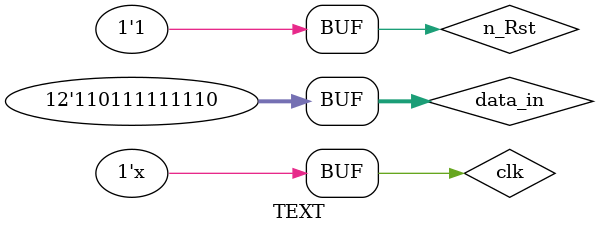
<source format=v>
`timescale 1ns / 1ps


module TEXT;

	// Inputs
	reg clk;
	reg n_Rst;
	reg [11:0] data_in;

	// Outputs
	wire [7:0] data_out;

	// Instantiate the Unit Under Test (UUT)
	cpu uut (
		.clk(clk), 
		.n_Rst(n_Rst), 
		.data_in(data_in), 
		.data_out(data_out)
	);

	initial begin
		// Initialize Inputs
		clk = 0;
		n_Rst = 0;
		data_in = 0;

		// Wait 100 ns for global reset to finish
		#100;    
		#100 n_Rst=1;
  
		// Add stimulus here
		#100 data_in = 12'b001011111110;
		#100 data_in = 12'b110111111110;
	end
	
	always #5 clk = ~clk;
      
endmodule


</source>
